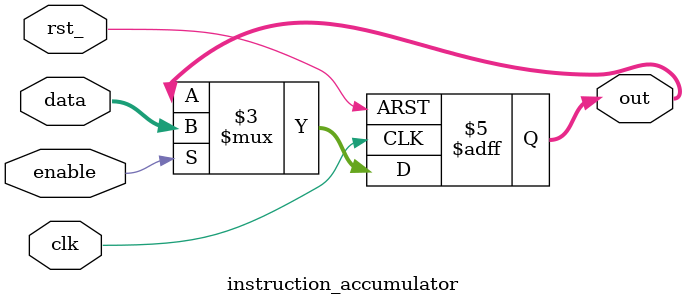
<source format=sv>
`timescale 1ns / 1ps

module instruction_accumulator (

    input  logic clk,
    input  logic rst_,
    input  logic enable,        // enable
    input  logic [7:0] data,    // data
    output logic [7:0] out      // out

);
    
always_ff @(posedge clk, negedge rst_) begin
      
    if(!rst_) begin
        
        out <= 8'b0;
        
    end else if (enable) begin
        
        out <= data;
    end   
end    
endmodule


</source>
